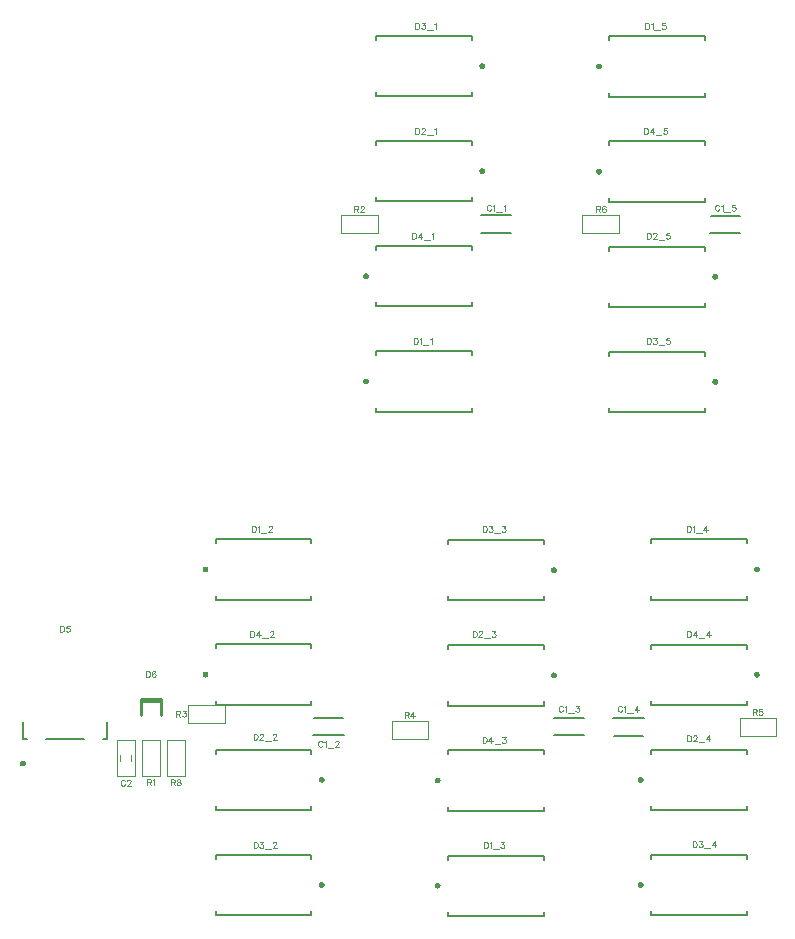
<source format=gbr>
G04 DipTrace 4.3.0.5*
G04 TopSilk.gbr*
%MOMM*%
G04 #@! TF.FileFunction,Legend,Top*
G04 #@! TF.Part,Single*
%ADD10C,0.25*%
%ADD14C,0.05*%
%ADD24C,0.08*%
%ADD28C,0.1524*%
%ADD30C,0.15*%
%ADD50C,0.07843*%
%FSLAX35Y35*%
G04*
G71*
G90*
G75*
G01*
G04 TopSilk*
%LPD*%
X-5768100Y-6630350D2*
D24*
X-5918100D1*
Y-6940350D1*
X-5768100D1*
Y-6630350D1*
X-5891100Y-6759350D2*
D14*
Y-6812350D1*
X-5795100Y-6759350D2*
Y-6812350D1*
X-2582433Y-2341210D2*
D28*
X-2837633Y-2341587D1*
X-2584837Y-2192583D2*
X-2833113Y-2192507D1*
X-3999133Y-6594437D2*
X-4254333Y-6594813D1*
X-4001537Y-6445810D2*
X-4249813Y-6445733D1*
X-1963733Y-6594437D2*
X-2218933Y-6594813D1*
X-1966137Y-6445810D2*
X-2214413Y-6445733D1*
X-1714267Y-6449863D2*
X-1459067Y-6449487D1*
X-1711863Y-6598490D2*
X-1463587Y-6598567D1*
X-639833Y-2342210D2*
X-895033Y-2342587D1*
X-642237Y-2193583D2*
X-890513Y-2193507D1*
X-6714300Y-6479907D2*
D30*
Y-6622570D1*
X-6678400D1*
G36*
X-6739800Y-6832930D2*
X-6739586Y-6829667D1*
X-6738948Y-6826460D1*
X-6737897Y-6823363D1*
X-6736451Y-6820430D1*
X-6734634Y-6817711D1*
X-6732478Y-6815252D1*
X-6730019Y-6813096D1*
X-6727300Y-6811279D1*
X-6724367Y-6809833D1*
X-6721270Y-6808782D1*
X-6718063Y-6808144D1*
X-6714800Y-6807930D1*
X-6711537Y-6808144D1*
X-6708330Y-6808782D1*
X-6705233Y-6809833D1*
X-6702300Y-6811279D1*
X-6699581Y-6813096D1*
X-6697122Y-6815252D1*
X-6694966Y-6817711D1*
X-6693149Y-6820430D1*
X-6691703Y-6823363D1*
X-6690652Y-6826460D1*
X-6690014Y-6829667D1*
X-6689800Y-6832930D1*
D1*
X-6690014Y-6836193D1*
X-6690652Y-6839400D1*
X-6691703Y-6842497D1*
X-6693149Y-6845430D1*
X-6694966Y-6848149D1*
X-6697122Y-6850608D1*
X-6699581Y-6852764D1*
X-6702300Y-6854581D1*
X-6705233Y-6856027D1*
X-6708330Y-6857078D1*
X-6711537Y-6857716D1*
X-6714800Y-6857930D1*
X-6718063Y-6857716D1*
X-6721270Y-6857078D1*
X-6724367Y-6856027D1*
X-6727300Y-6854581D1*
X-6730019Y-6852764D1*
X-6732478Y-6850608D1*
X-6734634Y-6848149D1*
X-6736451Y-6845430D1*
X-6737897Y-6842497D1*
X-6738948Y-6839400D1*
X-6739586Y-6836193D1*
X-6739800Y-6832930D1*
D1*
G37*
X-6521700Y-6622570D2*
D30*
X-6195900D1*
X-6039200D2*
X-6003300D1*
Y-6479907D1*
X-5543600Y-6283717D2*
D10*
Y-6423683D1*
X-5551100Y-6283670D2*
X-5716100Y-6283717D1*
Y-6423683D1*
X-5543600Y-6303670D2*
X-5706100Y-6303700D1*
X-2911500Y-3376900D2*
D30*
Y-3342900D1*
X-3721500D1*
Y-3376900D1*
X-2911500Y-3818900D2*
Y-3852900D1*
X-3721500D1*
Y-3818900D1*
G36*
X-3833500Y-3597900D2*
X-3833286Y-3594637D1*
X-3832648Y-3591430D1*
X-3831597Y-3588333D1*
X-3830151Y-3585400D1*
X-3828334Y-3582681D1*
X-3826178Y-3580222D1*
X-3823719Y-3578066D1*
X-3821000Y-3576249D1*
X-3818067Y-3574803D1*
X-3814970Y-3573752D1*
X-3811763Y-3573114D1*
X-3808500Y-3572900D1*
X-3805237Y-3573114D1*
X-3802030Y-3573752D1*
X-3798933Y-3574803D1*
X-3796000Y-3576249D1*
X-3793281Y-3578066D1*
X-3790822Y-3580222D1*
X-3788666Y-3582681D1*
X-3786849Y-3585400D1*
X-3785403Y-3588333D1*
X-3784352Y-3591430D1*
X-3783714Y-3594637D1*
X-3783500Y-3597900D1*
D1*
X-3783714Y-3601163D1*
X-3784352Y-3604370D1*
X-3785403Y-3607467D1*
X-3786849Y-3610400D1*
X-3788666Y-3613119D1*
X-3790822Y-3615578D1*
X-3793281Y-3617734D1*
X-3796000Y-3619551D1*
X-3798933Y-3620997D1*
X-3802030Y-3622048D1*
X-3805237Y-3622686D1*
X-3808500Y-3622900D1*
X-3811763Y-3622686D1*
X-3814970Y-3622048D1*
X-3818067Y-3620997D1*
X-3821000Y-3619551D1*
X-3823719Y-3617734D1*
X-3826178Y-3615578D1*
X-3828334Y-3613119D1*
X-3830151Y-3610400D1*
X-3831597Y-3607467D1*
X-3832648Y-3604370D1*
X-3833286Y-3601163D1*
X-3833500Y-3597900D1*
D1*
G37*
X-4271100Y-4968800D2*
D30*
Y-4934800D1*
X-5081100D1*
Y-4968800D1*
X-4271100Y-5410800D2*
Y-5444800D1*
X-5081100D1*
Y-5410800D1*
G36*
X-5193100Y-5189800D2*
X-5192886Y-5186537D1*
X-5192248Y-5183330D1*
X-5191197Y-5180233D1*
X-5189751Y-5177300D1*
X-5187934Y-5174581D1*
X-5185778Y-5172122D1*
X-5183319Y-5169966D1*
X-5180600Y-5168149D1*
X-5177667Y-5166703D1*
X-5174570Y-5165652D1*
X-5171363Y-5165014D1*
X-5168100Y-5164800D1*
X-5164837Y-5165014D1*
X-5161630Y-5165652D1*
X-5158533Y-5166703D1*
X-5155600Y-5168149D1*
X-5152881Y-5169966D1*
X-5150422Y-5172122D1*
X-5148266Y-5174581D1*
X-5146449Y-5177300D1*
X-5145003Y-5180233D1*
X-5143952Y-5183330D1*
X-5143314Y-5186537D1*
X-5143100Y-5189800D1*
D1*
X-5143314Y-5193063D1*
X-5143952Y-5196270D1*
X-5145003Y-5199367D1*
X-5146449Y-5202300D1*
X-5148266Y-5205019D1*
X-5150422Y-5207478D1*
X-5152881Y-5209634D1*
X-5155600Y-5211451D1*
X-5158533Y-5212897D1*
X-5161630Y-5213948D1*
X-5164837Y-5214586D1*
X-5168100Y-5214800D1*
X-5171363Y-5214586D1*
X-5174570Y-5213948D1*
X-5177667Y-5212897D1*
X-5180600Y-5211451D1*
X-5183319Y-5209634D1*
X-5185778Y-5207478D1*
X-5187934Y-5205019D1*
X-5189751Y-5202300D1*
X-5191197Y-5199367D1*
X-5192248Y-5196270D1*
X-5192886Y-5193063D1*
X-5193100Y-5189800D1*
D1*
G37*
X-2305700Y-7645900D2*
D30*
Y-7611900D1*
X-3115700D1*
Y-7645900D1*
X-2305700Y-8087900D2*
Y-8121900D1*
X-3115700D1*
Y-8087900D1*
G36*
X-3227700Y-7866900D2*
X-3227486Y-7863637D1*
X-3226848Y-7860430D1*
X-3225797Y-7857333D1*
X-3224351Y-7854400D1*
X-3222534Y-7851681D1*
X-3220378Y-7849222D1*
X-3217919Y-7847066D1*
X-3215200Y-7845249D1*
X-3212267Y-7843803D1*
X-3209170Y-7842752D1*
X-3205963Y-7842114D1*
X-3202700Y-7841900D1*
X-3199437Y-7842114D1*
X-3196230Y-7842752D1*
X-3193133Y-7843803D1*
X-3190200Y-7845249D1*
X-3187481Y-7847066D1*
X-3185022Y-7849222D1*
X-3182866Y-7851681D1*
X-3181049Y-7854400D1*
X-3179603Y-7857333D1*
X-3178552Y-7860430D1*
X-3177914Y-7863637D1*
X-3177700Y-7866900D1*
D1*
X-3177914Y-7870163D1*
X-3178552Y-7873370D1*
X-3179603Y-7876467D1*
X-3181049Y-7879400D1*
X-3182866Y-7882119D1*
X-3185022Y-7884578D1*
X-3187481Y-7886734D1*
X-3190200Y-7888551D1*
X-3193133Y-7889997D1*
X-3196230Y-7891048D1*
X-3199437Y-7891686D1*
X-3202700Y-7891900D1*
X-3205963Y-7891686D1*
X-3209170Y-7891048D1*
X-3212267Y-7889997D1*
X-3215200Y-7888551D1*
X-3217919Y-7886734D1*
X-3220378Y-7884578D1*
X-3222534Y-7882119D1*
X-3224351Y-7879400D1*
X-3225797Y-7876467D1*
X-3226848Y-7873370D1*
X-3227486Y-7870163D1*
X-3227700Y-7866900D1*
D1*
G37*
X-1396300Y-5411800D2*
D30*
Y-5445800D1*
X-586300D1*
Y-5411800D1*
X-1396300Y-4969800D2*
Y-4935800D1*
X-586300D1*
Y-4969800D1*
G36*
X-474300Y-5190800D2*
X-474514Y-5194063D1*
X-475152Y-5197270D1*
X-476203Y-5200367D1*
X-477649Y-5203300D1*
X-479466Y-5206019D1*
X-481622Y-5208478D1*
X-484081Y-5210634D1*
X-486800Y-5212451D1*
X-489733Y-5213897D1*
X-492830Y-5214948D1*
X-496037Y-5215586D1*
X-499300Y-5215800D1*
X-502563Y-5215586D1*
X-505770Y-5214948D1*
X-508867Y-5213897D1*
X-511800Y-5212451D1*
X-514519Y-5210634D1*
X-516978Y-5208478D1*
X-519134Y-5206019D1*
X-520951Y-5203300D1*
X-522397Y-5200367D1*
X-523448Y-5197270D1*
X-524086Y-5194063D1*
X-524300Y-5190800D1*
D1*
X-524086Y-5187537D1*
X-523448Y-5184330D1*
X-522397Y-5181233D1*
X-520951Y-5178300D1*
X-519134Y-5175581D1*
X-516978Y-5173122D1*
X-514519Y-5170966D1*
X-511800Y-5169149D1*
X-508867Y-5167703D1*
X-505770Y-5166652D1*
X-502563Y-5166014D1*
X-499300Y-5165800D1*
X-496037Y-5166014D1*
X-492830Y-5166652D1*
X-489733Y-5167703D1*
X-486800Y-5169149D1*
X-484081Y-5170966D1*
X-481622Y-5173122D1*
X-479466Y-5175581D1*
X-477649Y-5178300D1*
X-476203Y-5181233D1*
X-475152Y-5184330D1*
X-474514Y-5187537D1*
X-474300Y-5190800D1*
D1*
G37*
X-939900Y-710300D2*
D30*
Y-676300D1*
X-1749900D1*
Y-710300D1*
X-939900Y-1152300D2*
Y-1186300D1*
X-1749900D1*
Y-1152300D1*
G36*
X-1861900Y-931300D2*
X-1861686Y-928037D1*
X-1861048Y-924830D1*
X-1859997Y-921733D1*
X-1858551Y-918800D1*
X-1856734Y-916081D1*
X-1854578Y-913622D1*
X-1852119Y-911466D1*
X-1849400Y-909649D1*
X-1846467Y-908203D1*
X-1843370Y-907152D1*
X-1840163Y-906514D1*
X-1836900Y-906300D1*
X-1833637Y-906514D1*
X-1830430Y-907152D1*
X-1827333Y-908203D1*
X-1824400Y-909649D1*
X-1821681Y-911466D1*
X-1819222Y-913622D1*
X-1817066Y-916081D1*
X-1815249Y-918800D1*
X-1813803Y-921733D1*
X-1812752Y-924830D1*
X-1812114Y-928037D1*
X-1811900Y-931300D1*
D1*
X-1812114Y-934563D1*
X-1812752Y-937770D1*
X-1813803Y-940867D1*
X-1815249Y-943800D1*
X-1817066Y-946519D1*
X-1819222Y-948978D1*
X-1821681Y-951134D1*
X-1824400Y-952951D1*
X-1827333Y-954397D1*
X-1830430Y-955448D1*
X-1833637Y-956086D1*
X-1836900Y-956300D1*
X-1840163Y-956086D1*
X-1843370Y-955448D1*
X-1846467Y-954397D1*
X-1849400Y-952951D1*
X-1852119Y-951134D1*
X-1854578Y-948978D1*
X-1856734Y-946519D1*
X-1858551Y-943800D1*
X-1859997Y-940867D1*
X-1861048Y-937770D1*
X-1861686Y-934563D1*
X-1861900Y-931300D1*
D1*
G37*
X-3721500Y-2038900D2*
D30*
Y-2072900D1*
X-2911500D1*
Y-2038900D1*
X-3721500Y-1596900D2*
Y-1562900D1*
X-2911500D1*
Y-1596900D1*
G36*
X-2799500Y-1817900D2*
X-2799714Y-1821163D1*
X-2800352Y-1824370D1*
X-2801403Y-1827467D1*
X-2802849Y-1830400D1*
X-2804666Y-1833119D1*
X-2806822Y-1835578D1*
X-2809281Y-1837734D1*
X-2812000Y-1839551D1*
X-2814933Y-1840997D1*
X-2818030Y-1842048D1*
X-2821237Y-1842686D1*
X-2824500Y-1842900D1*
X-2827763Y-1842686D1*
X-2830970Y-1842048D1*
X-2834067Y-1840997D1*
X-2837000Y-1839551D1*
X-2839719Y-1837734D1*
X-2842178Y-1835578D1*
X-2844334Y-1833119D1*
X-2846151Y-1830400D1*
X-2847597Y-1827467D1*
X-2848648Y-1824370D1*
X-2849286Y-1821163D1*
X-2849500Y-1817900D1*
D1*
X-2849286Y-1814637D1*
X-2848648Y-1811430D1*
X-2847597Y-1808333D1*
X-2846151Y-1805400D1*
X-2844334Y-1802681D1*
X-2842178Y-1800222D1*
X-2839719Y-1798066D1*
X-2837000Y-1796249D1*
X-2834067Y-1794803D1*
X-2830970Y-1793752D1*
X-2827763Y-1793114D1*
X-2824500Y-1792900D1*
X-2821237Y-1793114D1*
X-2818030Y-1793752D1*
X-2814933Y-1794803D1*
X-2812000Y-1796249D1*
X-2809281Y-1798066D1*
X-2806822Y-1800222D1*
X-2804666Y-1802681D1*
X-2802849Y-1805400D1*
X-2801403Y-1808333D1*
X-2800352Y-1811430D1*
X-2799714Y-1814637D1*
X-2799500Y-1817900D1*
D1*
G37*
X-5081100Y-7190800D2*
D30*
Y-7224800D1*
X-4271100D1*
Y-7190800D1*
X-5081100Y-6748800D2*
Y-6714800D1*
X-4271100D1*
Y-6748800D1*
G36*
X-4159100Y-6969800D2*
X-4159314Y-6973063D1*
X-4159952Y-6976270D1*
X-4161003Y-6979367D1*
X-4162449Y-6982300D1*
X-4164266Y-6985019D1*
X-4166422Y-6987478D1*
X-4168881Y-6989634D1*
X-4171600Y-6991451D1*
X-4174533Y-6992897D1*
X-4177630Y-6993948D1*
X-4180837Y-6994586D1*
X-4184100Y-6994800D1*
X-4187363Y-6994586D1*
X-4190570Y-6993948D1*
X-4193667Y-6992897D1*
X-4196600Y-6991451D1*
X-4199319Y-6989634D1*
X-4201778Y-6987478D1*
X-4203934Y-6985019D1*
X-4205751Y-6982300D1*
X-4207197Y-6979367D1*
X-4208248Y-6976270D1*
X-4208886Y-6973063D1*
X-4209100Y-6969800D1*
D1*
X-4208886Y-6966537D1*
X-4208248Y-6963330D1*
X-4207197Y-6960233D1*
X-4205751Y-6957300D1*
X-4203934Y-6954581D1*
X-4201778Y-6952122D1*
X-4199319Y-6949966D1*
X-4196600Y-6948149D1*
X-4193667Y-6946703D1*
X-4190570Y-6945652D1*
X-4187363Y-6945014D1*
X-4184100Y-6944800D1*
X-4180837Y-6945014D1*
X-4177630Y-6945652D1*
X-4174533Y-6946703D1*
X-4171600Y-6948149D1*
X-4168881Y-6949966D1*
X-4166422Y-6952122D1*
X-4164266Y-6954581D1*
X-4162449Y-6957300D1*
X-4161003Y-6960233D1*
X-4159952Y-6963330D1*
X-4159314Y-6966537D1*
X-4159100Y-6969800D1*
D1*
G37*
X-3115700Y-6307900D2*
D30*
Y-6341900D1*
X-2305700D1*
Y-6307900D1*
X-3115700Y-5865900D2*
Y-5831900D1*
X-2305700D1*
Y-5865900D1*
G36*
X-2193700Y-6086900D2*
X-2193914Y-6090163D1*
X-2194552Y-6093370D1*
X-2195603Y-6096467D1*
X-2197049Y-6099400D1*
X-2198866Y-6102119D1*
X-2201022Y-6104578D1*
X-2203481Y-6106734D1*
X-2206200Y-6108551D1*
X-2209133Y-6109997D1*
X-2212230Y-6111048D1*
X-2215437Y-6111686D1*
X-2218700Y-6111900D1*
X-2221963Y-6111686D1*
X-2225170Y-6111048D1*
X-2228267Y-6109997D1*
X-2231200Y-6108551D1*
X-2233919Y-6106734D1*
X-2236378Y-6104578D1*
X-2238534Y-6102119D1*
X-2240351Y-6099400D1*
X-2241797Y-6096467D1*
X-2242848Y-6093370D1*
X-2243486Y-6090163D1*
X-2243700Y-6086900D1*
D1*
X-2243486Y-6083637D1*
X-2242848Y-6080430D1*
X-2241797Y-6077333D1*
X-2240351Y-6074400D1*
X-2238534Y-6071681D1*
X-2236378Y-6069222D1*
X-2233919Y-6067066D1*
X-2231200Y-6065249D1*
X-2228267Y-6063803D1*
X-2225170Y-6062752D1*
X-2221963Y-6062114D1*
X-2218700Y-6061900D1*
X-2215437Y-6062114D1*
X-2212230Y-6062752D1*
X-2209133Y-6063803D1*
X-2206200Y-6065249D1*
X-2203481Y-6067066D1*
X-2201022Y-6069222D1*
X-2198866Y-6071681D1*
X-2197049Y-6074400D1*
X-2195603Y-6077333D1*
X-2194552Y-6080430D1*
X-2193914Y-6083637D1*
X-2193700Y-6086900D1*
D1*
G37*
X-586300Y-6749800D2*
D30*
Y-6715800D1*
X-1396300D1*
Y-6749800D1*
X-586300Y-7191800D2*
Y-7225800D1*
X-1396300D1*
Y-7191800D1*
G36*
X-1508300Y-6970800D2*
X-1508086Y-6967537D1*
X-1507448Y-6964330D1*
X-1506397Y-6961233D1*
X-1504951Y-6958300D1*
X-1503134Y-6955581D1*
X-1500978Y-6953122D1*
X-1498519Y-6950966D1*
X-1495800Y-6949149D1*
X-1492867Y-6947703D1*
X-1489770Y-6946652D1*
X-1486563Y-6946014D1*
X-1483300Y-6945800D1*
X-1480037Y-6946014D1*
X-1476830Y-6946652D1*
X-1473733Y-6947703D1*
X-1470800Y-6949149D1*
X-1468081Y-6950966D1*
X-1465622Y-6953122D1*
X-1463466Y-6955581D1*
X-1461649Y-6958300D1*
X-1460203Y-6961233D1*
X-1459152Y-6964330D1*
X-1458514Y-6967537D1*
X-1458300Y-6970800D1*
D1*
X-1458514Y-6974063D1*
X-1459152Y-6977270D1*
X-1460203Y-6980367D1*
X-1461649Y-6983300D1*
X-1463466Y-6986019D1*
X-1465622Y-6988478D1*
X-1468081Y-6990634D1*
X-1470800Y-6992451D1*
X-1473733Y-6993897D1*
X-1476830Y-6994948D1*
X-1480037Y-6995586D1*
X-1483300Y-6995800D1*
X-1486563Y-6995586D1*
X-1489770Y-6994948D1*
X-1492867Y-6993897D1*
X-1495800Y-6992451D1*
X-1498519Y-6990634D1*
X-1500978Y-6988478D1*
X-1503134Y-6986019D1*
X-1504951Y-6983300D1*
X-1506397Y-6980367D1*
X-1507448Y-6977270D1*
X-1508086Y-6974063D1*
X-1508300Y-6970800D1*
D1*
G37*
X-1749900Y-2932300D2*
D30*
Y-2966300D1*
X-939900D1*
Y-2932300D1*
X-1749900Y-2490300D2*
Y-2456300D1*
X-939900D1*
Y-2490300D1*
G36*
X-827900Y-2711300D2*
X-828114Y-2714563D1*
X-828752Y-2717770D1*
X-829803Y-2720867D1*
X-831249Y-2723800D1*
X-833066Y-2726519D1*
X-835222Y-2728978D1*
X-837681Y-2731134D1*
X-840400Y-2732951D1*
X-843333Y-2734397D1*
X-846430Y-2735448D1*
X-849637Y-2736086D1*
X-852900Y-2736300D1*
X-856163Y-2736086D1*
X-859370Y-2735448D1*
X-862467Y-2734397D1*
X-865400Y-2732951D1*
X-868119Y-2731134D1*
X-870578Y-2728978D1*
X-872734Y-2726519D1*
X-874551Y-2723800D1*
X-875997Y-2720867D1*
X-877048Y-2717770D1*
X-877686Y-2714563D1*
X-877900Y-2711300D1*
D1*
X-877686Y-2708037D1*
X-877048Y-2704830D1*
X-875997Y-2701733D1*
X-874551Y-2698800D1*
X-872734Y-2696081D1*
X-870578Y-2693622D1*
X-868119Y-2691466D1*
X-865400Y-2689649D1*
X-862467Y-2688203D1*
X-859370Y-2687152D1*
X-856163Y-2686514D1*
X-852900Y-2686300D1*
X-849637Y-2686514D1*
X-846430Y-2687152D1*
X-843333Y-2688203D1*
X-840400Y-2689649D1*
X-837681Y-2691466D1*
X-835222Y-2693622D1*
X-833066Y-2696081D1*
X-831249Y-2698800D1*
X-829803Y-2701733D1*
X-828752Y-2704830D1*
X-828114Y-2708037D1*
X-827900Y-2711300D1*
D1*
G37*
X-3721500Y-1148900D2*
D30*
Y-1182900D1*
X-2911500D1*
Y-1148900D1*
X-3721500Y-706900D2*
Y-672900D1*
X-2911500D1*
Y-706900D1*
G36*
X-2799500Y-927900D2*
X-2799714Y-931163D1*
X-2800352Y-934370D1*
X-2801403Y-937467D1*
X-2802849Y-940400D1*
X-2804666Y-943119D1*
X-2806822Y-945578D1*
X-2809281Y-947734D1*
X-2812000Y-949551D1*
X-2814933Y-950997D1*
X-2818030Y-952048D1*
X-2821237Y-952686D1*
X-2824500Y-952900D1*
X-2827763Y-952686D1*
X-2830970Y-952048D1*
X-2834067Y-950997D1*
X-2837000Y-949551D1*
X-2839719Y-947734D1*
X-2842178Y-945578D1*
X-2844334Y-943119D1*
X-2846151Y-940400D1*
X-2847597Y-937467D1*
X-2848648Y-934370D1*
X-2849286Y-931163D1*
X-2849500Y-927900D1*
D1*
X-2849286Y-924637D1*
X-2848648Y-921430D1*
X-2847597Y-918333D1*
X-2846151Y-915400D1*
X-2844334Y-912681D1*
X-2842178Y-910222D1*
X-2839719Y-908066D1*
X-2837000Y-906249D1*
X-2834067Y-904803D1*
X-2830970Y-903752D1*
X-2827763Y-903114D1*
X-2824500Y-902900D1*
X-2821237Y-903114D1*
X-2818030Y-903752D1*
X-2814933Y-904803D1*
X-2812000Y-906249D1*
X-2809281Y-908066D1*
X-2806822Y-910222D1*
X-2804666Y-912681D1*
X-2802849Y-915400D1*
X-2801403Y-918333D1*
X-2800352Y-921430D1*
X-2799714Y-924637D1*
X-2799500Y-927900D1*
D1*
G37*
X-5081100Y-8080800D2*
D30*
Y-8114800D1*
X-4271100D1*
Y-8080800D1*
X-5081100Y-7638800D2*
Y-7604800D1*
X-4271100D1*
Y-7638800D1*
G36*
X-4159100Y-7859800D2*
X-4159314Y-7863063D1*
X-4159952Y-7866270D1*
X-4161003Y-7869367D1*
X-4162449Y-7872300D1*
X-4164266Y-7875019D1*
X-4166422Y-7877478D1*
X-4168881Y-7879634D1*
X-4171600Y-7881451D1*
X-4174533Y-7882897D1*
X-4177630Y-7883948D1*
X-4180837Y-7884586D1*
X-4184100Y-7884800D1*
X-4187363Y-7884586D1*
X-4190570Y-7883948D1*
X-4193667Y-7882897D1*
X-4196600Y-7881451D1*
X-4199319Y-7879634D1*
X-4201778Y-7877478D1*
X-4203934Y-7875019D1*
X-4205751Y-7872300D1*
X-4207197Y-7869367D1*
X-4208248Y-7866270D1*
X-4208886Y-7863063D1*
X-4209100Y-7859800D1*
D1*
X-4208886Y-7856537D1*
X-4208248Y-7853330D1*
X-4207197Y-7850233D1*
X-4205751Y-7847300D1*
X-4203934Y-7844581D1*
X-4201778Y-7842122D1*
X-4199319Y-7839966D1*
X-4196600Y-7838149D1*
X-4193667Y-7836703D1*
X-4190570Y-7835652D1*
X-4187363Y-7835014D1*
X-4184100Y-7834800D1*
X-4180837Y-7835014D1*
X-4177630Y-7835652D1*
X-4174533Y-7836703D1*
X-4171600Y-7838149D1*
X-4168881Y-7839966D1*
X-4166422Y-7842122D1*
X-4164266Y-7844581D1*
X-4162449Y-7847300D1*
X-4161003Y-7850233D1*
X-4159952Y-7853330D1*
X-4159314Y-7856537D1*
X-4159100Y-7859800D1*
D1*
G37*
X-3115700Y-5417900D2*
D30*
Y-5451900D1*
X-2305700D1*
Y-5417900D1*
X-3115700Y-4975900D2*
Y-4941900D1*
X-2305700D1*
Y-4975900D1*
G36*
X-2193700Y-5196900D2*
X-2193914Y-5200163D1*
X-2194552Y-5203370D1*
X-2195603Y-5206467D1*
X-2197049Y-5209400D1*
X-2198866Y-5212119D1*
X-2201022Y-5214578D1*
X-2203481Y-5216734D1*
X-2206200Y-5218551D1*
X-2209133Y-5219997D1*
X-2212230Y-5221048D1*
X-2215437Y-5221686D1*
X-2218700Y-5221900D1*
X-2221963Y-5221686D1*
X-2225170Y-5221048D1*
X-2228267Y-5219997D1*
X-2231200Y-5218551D1*
X-2233919Y-5216734D1*
X-2236378Y-5214578D1*
X-2238534Y-5212119D1*
X-2240351Y-5209400D1*
X-2241797Y-5206467D1*
X-2242848Y-5203370D1*
X-2243486Y-5200163D1*
X-2243700Y-5196900D1*
D1*
X-2243486Y-5193637D1*
X-2242848Y-5190430D1*
X-2241797Y-5187333D1*
X-2240351Y-5184400D1*
X-2238534Y-5181681D1*
X-2236378Y-5179222D1*
X-2233919Y-5177066D1*
X-2231200Y-5175249D1*
X-2228267Y-5173803D1*
X-2225170Y-5172752D1*
X-2221963Y-5172114D1*
X-2218700Y-5171900D1*
X-2215437Y-5172114D1*
X-2212230Y-5172752D1*
X-2209133Y-5173803D1*
X-2206200Y-5175249D1*
X-2203481Y-5177066D1*
X-2201022Y-5179222D1*
X-2198866Y-5181681D1*
X-2197049Y-5184400D1*
X-2195603Y-5187333D1*
X-2194552Y-5190430D1*
X-2193914Y-5193637D1*
X-2193700Y-5196900D1*
D1*
G37*
X-586300Y-7639800D2*
D30*
Y-7605800D1*
X-1396300D1*
Y-7639800D1*
X-586300Y-8081800D2*
Y-8115800D1*
X-1396300D1*
Y-8081800D1*
G36*
X-1508300Y-7860800D2*
X-1508086Y-7857537D1*
X-1507448Y-7854330D1*
X-1506397Y-7851233D1*
X-1504951Y-7848300D1*
X-1503134Y-7845581D1*
X-1500978Y-7843122D1*
X-1498519Y-7840966D1*
X-1495800Y-7839149D1*
X-1492867Y-7837703D1*
X-1489770Y-7836652D1*
X-1486563Y-7836014D1*
X-1483300Y-7835800D1*
X-1480037Y-7836014D1*
X-1476830Y-7836652D1*
X-1473733Y-7837703D1*
X-1470800Y-7839149D1*
X-1468081Y-7840966D1*
X-1465622Y-7843122D1*
X-1463466Y-7845581D1*
X-1461649Y-7848300D1*
X-1460203Y-7851233D1*
X-1459152Y-7854330D1*
X-1458514Y-7857537D1*
X-1458300Y-7860800D1*
D1*
X-1458514Y-7864063D1*
X-1459152Y-7867270D1*
X-1460203Y-7870367D1*
X-1461649Y-7873300D1*
X-1463466Y-7876019D1*
X-1465622Y-7878478D1*
X-1468081Y-7880634D1*
X-1470800Y-7882451D1*
X-1473733Y-7883897D1*
X-1476830Y-7884948D1*
X-1480037Y-7885586D1*
X-1483300Y-7885800D1*
X-1486563Y-7885586D1*
X-1489770Y-7884948D1*
X-1492867Y-7883897D1*
X-1495800Y-7882451D1*
X-1498519Y-7880634D1*
X-1500978Y-7878478D1*
X-1503134Y-7876019D1*
X-1504951Y-7873300D1*
X-1506397Y-7870367D1*
X-1507448Y-7867270D1*
X-1508086Y-7864063D1*
X-1508300Y-7860800D1*
D1*
G37*
X-1749900Y-3822300D2*
D30*
Y-3856300D1*
X-939900D1*
Y-3822300D1*
X-1749900Y-3380300D2*
Y-3346300D1*
X-939900D1*
Y-3380300D1*
G36*
X-827900Y-3601300D2*
X-828114Y-3604563D1*
X-828752Y-3607770D1*
X-829803Y-3610867D1*
X-831249Y-3613800D1*
X-833066Y-3616519D1*
X-835222Y-3618978D1*
X-837681Y-3621134D1*
X-840400Y-3622951D1*
X-843333Y-3624397D1*
X-846430Y-3625448D1*
X-849637Y-3626086D1*
X-852900Y-3626300D1*
X-856163Y-3626086D1*
X-859370Y-3625448D1*
X-862467Y-3624397D1*
X-865400Y-3622951D1*
X-868119Y-3621134D1*
X-870578Y-3618978D1*
X-872734Y-3616519D1*
X-874551Y-3613800D1*
X-875997Y-3610867D1*
X-877048Y-3607770D1*
X-877686Y-3604563D1*
X-877900Y-3601300D1*
D1*
X-877686Y-3598037D1*
X-877048Y-3594830D1*
X-875997Y-3591733D1*
X-874551Y-3588800D1*
X-872734Y-3586081D1*
X-870578Y-3583622D1*
X-868119Y-3581466D1*
X-865400Y-3579649D1*
X-862467Y-3578203D1*
X-859370Y-3577152D1*
X-856163Y-3576514D1*
X-852900Y-3576300D1*
X-849637Y-3576514D1*
X-846430Y-3577152D1*
X-843333Y-3578203D1*
X-840400Y-3579649D1*
X-837681Y-3581466D1*
X-835222Y-3583622D1*
X-833066Y-3586081D1*
X-831249Y-3588800D1*
X-829803Y-3591733D1*
X-828752Y-3594830D1*
X-828114Y-3598037D1*
X-827900Y-3601300D1*
D1*
G37*
X-2911500Y-2486900D2*
D30*
Y-2452900D1*
X-3721500D1*
Y-2486900D1*
X-2911500Y-2928900D2*
Y-2962900D1*
X-3721500D1*
Y-2928900D1*
G36*
X-3833500Y-2707900D2*
X-3833286Y-2704637D1*
X-3832648Y-2701430D1*
X-3831597Y-2698333D1*
X-3830151Y-2695400D1*
X-3828334Y-2692681D1*
X-3826178Y-2690222D1*
X-3823719Y-2688066D1*
X-3821000Y-2686249D1*
X-3818067Y-2684803D1*
X-3814970Y-2683752D1*
X-3811763Y-2683114D1*
X-3808500Y-2682900D1*
X-3805237Y-2683114D1*
X-3802030Y-2683752D1*
X-3798933Y-2684803D1*
X-3796000Y-2686249D1*
X-3793281Y-2688066D1*
X-3790822Y-2690222D1*
X-3788666Y-2692681D1*
X-3786849Y-2695400D1*
X-3785403Y-2698333D1*
X-3784352Y-2701430D1*
X-3783714Y-2704637D1*
X-3783500Y-2707900D1*
D1*
X-3783714Y-2711163D1*
X-3784352Y-2714370D1*
X-3785403Y-2717467D1*
X-3786849Y-2720400D1*
X-3788666Y-2723119D1*
X-3790822Y-2725578D1*
X-3793281Y-2727734D1*
X-3796000Y-2729551D1*
X-3798933Y-2730997D1*
X-3802030Y-2732048D1*
X-3805237Y-2732686D1*
X-3808500Y-2732900D1*
X-3811763Y-2732686D1*
X-3814970Y-2732048D1*
X-3818067Y-2730997D1*
X-3821000Y-2729551D1*
X-3823719Y-2727734D1*
X-3826178Y-2725578D1*
X-3828334Y-2723119D1*
X-3830151Y-2720400D1*
X-3831597Y-2717467D1*
X-3832648Y-2714370D1*
X-3833286Y-2711163D1*
X-3833500Y-2707900D1*
D1*
G37*
X-4271100Y-5858800D2*
D30*
Y-5824800D1*
X-5081100D1*
Y-5858800D1*
X-4271100Y-6300800D2*
Y-6334800D1*
X-5081100D1*
Y-6300800D1*
G36*
X-5193100Y-6079800D2*
X-5192886Y-6076537D1*
X-5192248Y-6073330D1*
X-5191197Y-6070233D1*
X-5189751Y-6067300D1*
X-5187934Y-6064581D1*
X-5185778Y-6062122D1*
X-5183319Y-6059966D1*
X-5180600Y-6058149D1*
X-5177667Y-6056703D1*
X-5174570Y-6055652D1*
X-5171363Y-6055014D1*
X-5168100Y-6054800D1*
X-5164837Y-6055014D1*
X-5161630Y-6055652D1*
X-5158533Y-6056703D1*
X-5155600Y-6058149D1*
X-5152881Y-6059966D1*
X-5150422Y-6062122D1*
X-5148266Y-6064581D1*
X-5146449Y-6067300D1*
X-5145003Y-6070233D1*
X-5143952Y-6073330D1*
X-5143314Y-6076537D1*
X-5143100Y-6079800D1*
D1*
X-5143314Y-6083063D1*
X-5143952Y-6086270D1*
X-5145003Y-6089367D1*
X-5146449Y-6092300D1*
X-5148266Y-6095019D1*
X-5150422Y-6097478D1*
X-5152881Y-6099634D1*
X-5155600Y-6101451D1*
X-5158533Y-6102897D1*
X-5161630Y-6103948D1*
X-5164837Y-6104586D1*
X-5168100Y-6104800D1*
X-5171363Y-6104586D1*
X-5174570Y-6103948D1*
X-5177667Y-6102897D1*
X-5180600Y-6101451D1*
X-5183319Y-6099634D1*
X-5185778Y-6097478D1*
X-5187934Y-6095019D1*
X-5189751Y-6092300D1*
X-5191197Y-6089367D1*
X-5192248Y-6086270D1*
X-5192886Y-6083063D1*
X-5193100Y-6079800D1*
D1*
G37*
X-2305700Y-6755900D2*
D30*
Y-6721900D1*
X-3115700D1*
Y-6755900D1*
X-2305700Y-7197900D2*
Y-7231900D1*
X-3115700D1*
Y-7197900D1*
G36*
X-3227700Y-6976900D2*
X-3227486Y-6973637D1*
X-3226848Y-6970430D1*
X-3225797Y-6967333D1*
X-3224351Y-6964400D1*
X-3222534Y-6961681D1*
X-3220378Y-6959222D1*
X-3217919Y-6957066D1*
X-3215200Y-6955249D1*
X-3212267Y-6953803D1*
X-3209170Y-6952752D1*
X-3205963Y-6952114D1*
X-3202700Y-6951900D1*
X-3199437Y-6952114D1*
X-3196230Y-6952752D1*
X-3193133Y-6953803D1*
X-3190200Y-6955249D1*
X-3187481Y-6957066D1*
X-3185022Y-6959222D1*
X-3182866Y-6961681D1*
X-3181049Y-6964400D1*
X-3179603Y-6967333D1*
X-3178552Y-6970430D1*
X-3177914Y-6973637D1*
X-3177700Y-6976900D1*
D1*
X-3177914Y-6980163D1*
X-3178552Y-6983370D1*
X-3179603Y-6986467D1*
X-3181049Y-6989400D1*
X-3182866Y-6992119D1*
X-3185022Y-6994578D1*
X-3187481Y-6996734D1*
X-3190200Y-6998551D1*
X-3193133Y-6999997D1*
X-3196230Y-7001048D1*
X-3199437Y-7001686D1*
X-3202700Y-7001900D1*
X-3205963Y-7001686D1*
X-3209170Y-7001048D1*
X-3212267Y-6999997D1*
X-3215200Y-6998551D1*
X-3217919Y-6996734D1*
X-3220378Y-6994578D1*
X-3222534Y-6992119D1*
X-3224351Y-6989400D1*
X-3225797Y-6986467D1*
X-3226848Y-6983370D1*
X-3227486Y-6980163D1*
X-3227700Y-6976900D1*
D1*
G37*
X-1396300Y-6301800D2*
D30*
Y-6335800D1*
X-586300D1*
Y-6301800D1*
X-1396300Y-5859800D2*
Y-5825800D1*
X-586300D1*
Y-5859800D1*
G36*
X-474300Y-6080800D2*
X-474514Y-6084063D1*
X-475152Y-6087270D1*
X-476203Y-6090367D1*
X-477649Y-6093300D1*
X-479466Y-6096019D1*
X-481622Y-6098478D1*
X-484081Y-6100634D1*
X-486800Y-6102451D1*
X-489733Y-6103897D1*
X-492830Y-6104948D1*
X-496037Y-6105586D1*
X-499300Y-6105800D1*
X-502563Y-6105586D1*
X-505770Y-6104948D1*
X-508867Y-6103897D1*
X-511800Y-6102451D1*
X-514519Y-6100634D1*
X-516978Y-6098478D1*
X-519134Y-6096019D1*
X-520951Y-6093300D1*
X-522397Y-6090367D1*
X-523448Y-6087270D1*
X-524086Y-6084063D1*
X-524300Y-6080800D1*
D1*
X-524086Y-6077537D1*
X-523448Y-6074330D1*
X-522397Y-6071233D1*
X-520951Y-6068300D1*
X-519134Y-6065581D1*
X-516978Y-6063122D1*
X-514519Y-6060966D1*
X-511800Y-6059149D1*
X-508867Y-6057703D1*
X-505770Y-6056652D1*
X-502563Y-6056014D1*
X-499300Y-6055800D1*
X-496037Y-6056014D1*
X-492830Y-6056652D1*
X-489733Y-6057703D1*
X-486800Y-6059149D1*
X-484081Y-6060966D1*
X-481622Y-6063122D1*
X-479466Y-6065581D1*
X-477649Y-6068300D1*
X-476203Y-6071233D1*
X-475152Y-6074330D1*
X-474514Y-6077537D1*
X-474300Y-6080800D1*
D1*
G37*
X-939900Y-1600300D2*
D30*
Y-1566300D1*
X-1749900D1*
Y-1600300D1*
X-939900Y-2042300D2*
Y-2076300D1*
X-1749900D1*
Y-2042300D1*
G36*
X-1861900Y-1821300D2*
X-1861686Y-1818037D1*
X-1861048Y-1814830D1*
X-1859997Y-1811733D1*
X-1858551Y-1808800D1*
X-1856734Y-1806081D1*
X-1854578Y-1803622D1*
X-1852119Y-1801466D1*
X-1849400Y-1799649D1*
X-1846467Y-1798203D1*
X-1843370Y-1797152D1*
X-1840163Y-1796514D1*
X-1836900Y-1796300D1*
X-1833637Y-1796514D1*
X-1830430Y-1797152D1*
X-1827333Y-1798203D1*
X-1824400Y-1799649D1*
X-1821681Y-1801466D1*
X-1819222Y-1803622D1*
X-1817066Y-1806081D1*
X-1815249Y-1808800D1*
X-1813803Y-1811733D1*
X-1812752Y-1814830D1*
X-1812114Y-1818037D1*
X-1811900Y-1821300D1*
D1*
X-1812114Y-1824563D1*
X-1812752Y-1827770D1*
X-1813803Y-1830867D1*
X-1815249Y-1833800D1*
X-1817066Y-1836519D1*
X-1819222Y-1838978D1*
X-1821681Y-1841134D1*
X-1824400Y-1842951D1*
X-1827333Y-1844397D1*
X-1830430Y-1845448D1*
X-1833637Y-1846086D1*
X-1836900Y-1846300D1*
X-1840163Y-1846086D1*
X-1843370Y-1845448D1*
X-1846467Y-1844397D1*
X-1849400Y-1842951D1*
X-1852119Y-1841134D1*
X-1854578Y-1838978D1*
X-1856734Y-1836519D1*
X-1858551Y-1833800D1*
X-1859997Y-1830867D1*
X-1861048Y-1827770D1*
X-1861686Y-1824563D1*
X-1861900Y-1821300D1*
D1*
G37*
X-5706150Y-6940350D2*
D14*
X-5556150D1*
Y-6630350D1*
X-5706150D1*
Y-6940350D1*
X-3706800Y-2340300D2*
Y-2190300D1*
X-4016800D1*
Y-2340300D1*
X-3706800D1*
X-5313150Y-6339800D2*
Y-6489800D1*
X-5003150D1*
Y-6339800D1*
X-5313150D1*
X-3281800Y-6622050D2*
Y-6472050D1*
X-3591800D1*
Y-6622050D1*
X-3281800D1*
X-334500Y-6597150D2*
Y-6447150D1*
X-644500D1*
Y-6597150D1*
X-334500D1*
X-1976900Y-2188200D2*
Y-2338200D1*
X-1666900D1*
Y-2188200D1*
X-1976900D1*
X-5494200Y-6940350D2*
X-5344200D1*
Y-6630350D1*
X-5494200D1*
Y-6940350D1*
X-5849742Y-6981795D2*
D50*
X-5852157Y-6976965D1*
X-5857042Y-6972080D1*
X-5861872Y-6969665D1*
X-5871586D1*
X-5876472Y-6972080D1*
X-5881301Y-6976965D1*
X-5883772Y-6981795D1*
X-5886186Y-6989095D1*
Y-7001280D1*
X-5883772Y-7008524D1*
X-5881301Y-7013409D1*
X-5876472Y-7018238D1*
X-5871586Y-7020709D1*
X-5861872D1*
X-5857042Y-7018238D1*
X-5852157Y-7013409D1*
X-5849742Y-7008524D1*
X-5831585Y-6981851D2*
Y-6979436D1*
X-5829171Y-6974551D1*
X-5826756Y-6972136D1*
X-5821871Y-6969722D1*
X-5812156D1*
X-5807327Y-6972136D1*
X-5804912Y-6974551D1*
X-5802442Y-6979436D1*
Y-6984265D1*
X-5804912Y-6989151D1*
X-5809742Y-6996395D1*
X-5834056Y-7020709D1*
X-5800027D1*
X-2749472Y-2113385D2*
X-2751887Y-2108555D1*
X-2756772Y-2103670D1*
X-2761601Y-2101255D1*
X-2771316D1*
X-2776201Y-2103670D1*
X-2781031Y-2108555D1*
X-2783501Y-2113385D1*
X-2785916Y-2120685D1*
Y-2132870D1*
X-2783501Y-2140114D1*
X-2781031Y-2144999D1*
X-2776201Y-2149828D1*
X-2771316Y-2152299D1*
X-2761601D1*
X-2756772Y-2149828D1*
X-2751887Y-2144999D1*
X-2749472Y-2140114D1*
X-2733786Y-2111026D2*
X-2728900Y-2108555D1*
X-2721600Y-2101312D1*
Y-2152299D1*
X-2705914Y-2160722D2*
X-2659756D1*
X-2644069Y-2111026D2*
X-2639184Y-2108555D1*
X-2631884Y-2101312D1*
Y-2152299D1*
X-4177094Y-6651781D2*
X-4179509Y-6646952D1*
X-4184394Y-6642067D1*
X-4189223Y-6639652D1*
X-4198938D1*
X-4203823Y-6642067D1*
X-4208652Y-6646952D1*
X-4211123Y-6651781D1*
X-4213538Y-6659081D1*
Y-6671267D1*
X-4211123Y-6678510D1*
X-4208652Y-6683396D1*
X-4203823Y-6688225D1*
X-4198938Y-6690696D1*
X-4189223D1*
X-4184394Y-6688225D1*
X-4179509Y-6683396D1*
X-4177094Y-6678510D1*
X-4161408Y-6649423D2*
X-4156522Y-6646952D1*
X-4149222Y-6639708D1*
Y-6690696D1*
X-4133536Y-6699119D2*
X-4087378D1*
X-4069221Y-6651837D2*
Y-6649423D1*
X-4066806Y-6644537D1*
X-4064391Y-6642123D1*
X-4059506Y-6639708D1*
X-4049791D1*
X-4044962Y-6642123D1*
X-4042548Y-6644537D1*
X-4040077Y-6649423D1*
Y-6654252D1*
X-4042548Y-6659137D1*
X-4047377Y-6666381D1*
X-4071691Y-6690696D1*
X-4037662D1*
X-2141694Y-6355081D2*
X-2144109Y-6350252D1*
X-2148994Y-6345367D1*
X-2153823Y-6342952D1*
X-2163538D1*
X-2168423Y-6345367D1*
X-2173252Y-6350252D1*
X-2175723Y-6355081D1*
X-2178138Y-6362381D1*
Y-6374567D1*
X-2175723Y-6381810D1*
X-2173252Y-6386696D1*
X-2168423Y-6391525D1*
X-2163538Y-6393996D1*
X-2153823D1*
X-2148994Y-6391525D1*
X-2144109Y-6386696D1*
X-2141694Y-6381810D1*
X-2126008Y-6352723D2*
X-2121122Y-6350252D1*
X-2113822Y-6343008D1*
Y-6393996D1*
X-2098136Y-6402419D2*
X-2051978D1*
X-2031406Y-6343008D2*
X-2004733D1*
X-2019277Y-6362437D1*
X-2011977D1*
X-2007148Y-6364852D1*
X-2004733Y-6367267D1*
X-2002262Y-6374567D1*
Y-6379396D1*
X-2004733Y-6386696D1*
X-2009562Y-6391581D1*
X-2016862Y-6393996D1*
X-2024162D1*
X-2031406Y-6391581D1*
X-2033821Y-6389110D1*
X-2036291Y-6384281D1*
X-1640501Y-6355081D2*
X-1642916Y-6350252D1*
X-1647801Y-6345367D1*
X-1652631Y-6342952D1*
X-1662345D1*
X-1667231Y-6345367D1*
X-1672060Y-6350252D1*
X-1674531Y-6355081D1*
X-1676945Y-6362381D1*
Y-6374567D1*
X-1674531Y-6381810D1*
X-1672060Y-6386696D1*
X-1667231Y-6391525D1*
X-1662345Y-6393996D1*
X-1652631D1*
X-1647801Y-6391525D1*
X-1642916Y-6386696D1*
X-1640501Y-6381810D1*
X-1624815Y-6352723D2*
X-1619930Y-6350252D1*
X-1612630Y-6343008D1*
Y-6393996D1*
X-1596943Y-6402419D2*
X-1550785D1*
X-1510784Y-6393996D2*
Y-6343008D1*
X-1535099Y-6376981D1*
X-1498655D1*
X-817794Y-2113385D2*
X-820209Y-2108555D1*
X-825094Y-2103670D1*
X-829923Y-2101255D1*
X-839638D1*
X-844523Y-2103670D1*
X-849352Y-2108555D1*
X-851823Y-2113385D1*
X-854238Y-2120685D1*
Y-2132870D1*
X-851823Y-2140114D1*
X-849352Y-2144999D1*
X-844523Y-2149828D1*
X-839638Y-2152299D1*
X-829923D1*
X-825094Y-2149828D1*
X-820209Y-2144999D1*
X-817794Y-2140114D1*
X-802108Y-2111026D2*
X-797222Y-2108555D1*
X-789922Y-2101312D1*
Y-2152299D1*
X-774236Y-2160722D2*
X-728078D1*
X-683248Y-2101312D2*
X-707506D1*
X-709921Y-2123155D1*
X-707506Y-2120741D1*
X-700206Y-2118270D1*
X-692962D1*
X-685662Y-2120741D1*
X-680777Y-2125570D1*
X-678362Y-2132870D1*
Y-2137699D1*
X-680777Y-2144999D1*
X-685662Y-2149885D1*
X-692962Y-2152299D1*
X-700206D1*
X-707506Y-2149885D1*
X-709921Y-2147414D1*
X-712391Y-2142585D1*
X-6398172Y-5665679D2*
Y-5716723D1*
X-6381158D1*
X-6373858Y-5714252D1*
X-6368972Y-5709423D1*
X-6366558Y-5704537D1*
X-6364143Y-5697293D1*
Y-5685108D1*
X-6366558Y-5677808D1*
X-6368972Y-5672979D1*
X-6373858Y-5668093D1*
X-6381158Y-5665679D1*
X-6398172D1*
X-6319313Y-5665735D2*
X-6343571D1*
X-6345986Y-5687579D1*
X-6343571Y-5685164D1*
X-6336271Y-5682693D1*
X-6329028D1*
X-6321728Y-5685164D1*
X-6316842Y-5689993D1*
X-6314428Y-5697293D1*
Y-5702123D1*
X-6316842Y-5709423D1*
X-6321728Y-5714308D1*
X-6329028Y-5716723D1*
X-6336271D1*
X-6343571Y-5714308D1*
X-6345986Y-5711837D1*
X-6348457Y-5707008D1*
X-5671730Y-6049815D2*
Y-6100859D1*
X-5654716D1*
X-5647416Y-6098388D1*
X-5642530Y-6093559D1*
X-5640116Y-6088674D1*
X-5637701Y-6081430D1*
Y-6069245D1*
X-5640116Y-6061945D1*
X-5642530Y-6057115D1*
X-5647416Y-6052230D1*
X-5654716Y-6049815D1*
X-5671730D1*
X-5592871Y-6057115D2*
X-5595286Y-6052286D1*
X-5602586Y-6049872D1*
X-5607415D1*
X-5614715Y-6052286D1*
X-5619600Y-6059586D1*
X-5622015Y-6071715D1*
Y-6083845D1*
X-5619600Y-6093559D1*
X-5614715Y-6098445D1*
X-5607415Y-6100859D1*
X-5605000D1*
X-5597756Y-6098445D1*
X-5592871Y-6093559D1*
X-5590456Y-6086259D1*
Y-6083845D1*
X-5592871Y-6076545D1*
X-5597756Y-6071715D1*
X-5605000Y-6069301D1*
X-5607415D1*
X-5614715Y-6071715D1*
X-5619600Y-6076545D1*
X-5622015Y-6083845D1*
X-3404809Y-3228505D2*
Y-3279549D1*
X-3387794D1*
X-3380494Y-3277078D1*
X-3375609Y-3272249D1*
X-3373194Y-3267364D1*
X-3370779Y-3260120D1*
Y-3247935D1*
X-3373194Y-3240635D1*
X-3375609Y-3235805D1*
X-3380494Y-3230920D1*
X-3387794Y-3228505D1*
X-3404809D1*
X-3355093Y-3238276D2*
X-3350208Y-3235805D1*
X-3342908Y-3228562D1*
Y-3279549D1*
X-3327221Y-3287972D2*
X-3281063D1*
X-3265377Y-3238276D2*
X-3260491Y-3235805D1*
X-3253191Y-3228562D1*
Y-3279549D1*
X-4775331Y-4820405D2*
Y-4871449D1*
X-4758316D1*
X-4751016Y-4868978D1*
X-4746131Y-4864149D1*
X-4743716Y-4859264D1*
X-4741301Y-4852020D1*
Y-4839835D1*
X-4743716Y-4832535D1*
X-4746131Y-4827705D1*
X-4751016Y-4822820D1*
X-4758316Y-4820405D1*
X-4775331D1*
X-4725615Y-4830176D2*
X-4720730Y-4827705D1*
X-4713430Y-4820462D1*
Y-4871449D1*
X-4697743Y-4879872D2*
X-4651585D1*
X-4633428Y-4832591D2*
Y-4830176D1*
X-4631013Y-4825291D1*
X-4628599Y-4822876D1*
X-4623713Y-4820462D1*
X-4613999D1*
X-4609169Y-4822876D1*
X-4606755Y-4825291D1*
X-4604284Y-4830176D1*
Y-4835005D1*
X-4606755Y-4839891D1*
X-4611584Y-4847135D1*
X-4635899Y-4871449D1*
X-4601869D1*
X-2809931Y-7497505D2*
Y-7548549D1*
X-2792916D1*
X-2785616Y-7546078D1*
X-2780731Y-7541249D1*
X-2778316Y-7536364D1*
X-2775901Y-7529120D1*
Y-7516935D1*
X-2778316Y-7509635D1*
X-2780731Y-7504805D1*
X-2785616Y-7499920D1*
X-2792916Y-7497505D1*
X-2809931D1*
X-2760215Y-7507276D2*
X-2755330Y-7504805D1*
X-2748030Y-7497562D1*
Y-7548549D1*
X-2732343Y-7556972D2*
X-2686185D1*
X-2665613Y-7497562D2*
X-2638940D1*
X-2653484Y-7516991D1*
X-2646184D1*
X-2641355Y-7519405D1*
X-2638940Y-7521820D1*
X-2636469Y-7529120D1*
Y-7533949D1*
X-2638940Y-7541249D1*
X-2643769Y-7546135D1*
X-2651069Y-7548549D1*
X-2658369D1*
X-2665613Y-7546135D1*
X-2668028Y-7543664D1*
X-2670499Y-7538835D1*
X-1091738Y-4820405D2*
Y-4871449D1*
X-1074723D1*
X-1067423Y-4868978D1*
X-1062538Y-4864149D1*
X-1060123Y-4859264D1*
X-1057709Y-4852020D1*
Y-4839835D1*
X-1060123Y-4832535D1*
X-1062538Y-4827705D1*
X-1067423Y-4822820D1*
X-1074723Y-4820405D1*
X-1091738D1*
X-1042022Y-4830176D2*
X-1037137Y-4827705D1*
X-1029837Y-4820462D1*
Y-4871449D1*
X-1014151Y-4879872D2*
X-967992D1*
X-927991Y-4871449D2*
Y-4820462D1*
X-952306Y-4854435D1*
X-915862D1*
X-1444131Y-561905D2*
Y-612949D1*
X-1427116D1*
X-1419816Y-610478D1*
X-1414931Y-605649D1*
X-1412516Y-600764D1*
X-1410101Y-593520D1*
Y-581335D1*
X-1412516Y-574035D1*
X-1414931Y-569205D1*
X-1419816Y-564320D1*
X-1427116Y-561905D1*
X-1444131D1*
X-1394415Y-571676D2*
X-1389530Y-569205D1*
X-1382230Y-561962D1*
Y-612949D1*
X-1366543Y-621372D2*
X-1320385D1*
X-1275555Y-561962D2*
X-1299813D1*
X-1302228Y-583805D1*
X-1299813Y-581391D1*
X-1292513Y-578920D1*
X-1285269D1*
X-1277969Y-581391D1*
X-1273084Y-586220D1*
X-1270669Y-593520D1*
Y-598349D1*
X-1273084Y-605649D1*
X-1277969Y-610535D1*
X-1285269Y-612949D1*
X-1292513D1*
X-1299813Y-610535D1*
X-1302228Y-608064D1*
X-1304699Y-603235D1*
X-3390731Y-1451905D2*
Y-1502949D1*
X-3373716D1*
X-3366416Y-1500478D1*
X-3361531Y-1495649D1*
X-3359116Y-1490764D1*
X-3356701Y-1483520D1*
Y-1471335D1*
X-3359116Y-1464035D1*
X-3361531Y-1459205D1*
X-3366416Y-1454320D1*
X-3373716Y-1451905D1*
X-3390731D1*
X-3338544Y-1464091D2*
Y-1461676D1*
X-3336130Y-1456791D1*
X-3333715Y-1454376D1*
X-3328830Y-1451962D1*
X-3319115D1*
X-3314286Y-1454376D1*
X-3311871Y-1456791D1*
X-3309400Y-1461676D1*
Y-1466505D1*
X-3311871Y-1471391D1*
X-3316700Y-1478635D1*
X-3341015Y-1502949D1*
X-3306986D1*
X-3291300Y-1511372D2*
X-3245141D1*
X-3229455Y-1461676D2*
X-3224569Y-1459205D1*
X-3217269Y-1451962D1*
Y-1502949D1*
X-4761252Y-6581029D2*
Y-6632073D1*
X-4744238D1*
X-4736938Y-6629602D1*
X-4732052Y-6624773D1*
X-4729638Y-6619887D1*
X-4727223Y-6612643D1*
Y-6600458D1*
X-4729638Y-6593158D1*
X-4732052Y-6588329D1*
X-4736938Y-6583443D1*
X-4744238Y-6581029D1*
X-4761252D1*
X-4709066Y-6593214D2*
Y-6590799D1*
X-4706652Y-6585914D1*
X-4704237Y-6583499D1*
X-4699352Y-6581085D1*
X-4689637D1*
X-4684808Y-6583499D1*
X-4682393Y-6585914D1*
X-4679922Y-6590799D1*
Y-6595629D1*
X-4682393Y-6600514D1*
X-4687222Y-6607758D1*
X-4711537Y-6632073D1*
X-4677508D1*
X-4661821Y-6640496D2*
X-4615663D1*
X-4597506Y-6593214D2*
Y-6590799D1*
X-4595091Y-6585914D1*
X-4592677Y-6583499D1*
X-4587791Y-6581085D1*
X-4578077D1*
X-4573248Y-6583499D1*
X-4570833Y-6585914D1*
X-4568362Y-6590799D1*
Y-6595629D1*
X-4570833Y-6600514D1*
X-4575662Y-6607758D1*
X-4599977Y-6632073D1*
X-4565948D1*
X-2906852Y-5710405D2*
Y-5761449D1*
X-2889838D1*
X-2882538Y-5758978D1*
X-2877652Y-5754149D1*
X-2875238Y-5749264D1*
X-2872823Y-5742020D1*
Y-5729835D1*
X-2875238Y-5722535D1*
X-2877652Y-5717705D1*
X-2882538Y-5712820D1*
X-2889838Y-5710405D1*
X-2906852D1*
X-2854666Y-5722591D2*
Y-5720176D1*
X-2852252Y-5715291D1*
X-2849837Y-5712876D1*
X-2844952Y-5710462D1*
X-2835237D1*
X-2830408Y-5712876D1*
X-2827993Y-5715291D1*
X-2825522Y-5720176D1*
Y-5725005D1*
X-2827993Y-5729891D1*
X-2832822Y-5737135D1*
X-2857137Y-5761449D1*
X-2823108D1*
X-2807421Y-5769872D2*
X-2761263D1*
X-2740691Y-5710462D2*
X-2714018D1*
X-2728562Y-5729891D1*
X-2721262D1*
X-2716433Y-5732305D1*
X-2714018Y-5734720D1*
X-2711548Y-5742020D1*
Y-5746849D1*
X-2714018Y-5754149D1*
X-2718848Y-5759035D1*
X-2726148Y-5761449D1*
X-2733448D1*
X-2740691Y-5759035D1*
X-2743106Y-5756564D1*
X-2745577Y-5751735D1*
X-1090160Y-6595505D2*
Y-6646549D1*
X-1073145D1*
X-1065845Y-6644078D1*
X-1060960Y-6639249D1*
X-1058545Y-6634364D1*
X-1056131Y-6627120D1*
Y-6614935D1*
X-1058545Y-6607635D1*
X-1060960Y-6602805D1*
X-1065845Y-6597920D1*
X-1073145Y-6595505D1*
X-1090160D1*
X-1037974Y-6607691D2*
Y-6605276D1*
X-1035559Y-6600391D1*
X-1033144Y-6597976D1*
X-1028259Y-6595562D1*
X-1018544D1*
X-1013715Y-6597976D1*
X-1011300Y-6600391D1*
X-1008830Y-6605276D1*
Y-6610105D1*
X-1011300Y-6614991D1*
X-1016130Y-6622235D1*
X-1040444Y-6646549D1*
X-1006415D1*
X-990729Y-6654972D2*
X-944570D1*
X-904569Y-6646549D2*
Y-6595562D1*
X-928884Y-6629535D1*
X-892440D1*
X-1430052Y-2338505D2*
Y-2389549D1*
X-1413038D1*
X-1405738Y-2387078D1*
X-1400852Y-2382249D1*
X-1398438Y-2377364D1*
X-1396023Y-2370120D1*
Y-2357935D1*
X-1398438Y-2350635D1*
X-1400852Y-2345805D1*
X-1405738Y-2340920D1*
X-1413038Y-2338505D1*
X-1430052D1*
X-1377866Y-2350691D2*
Y-2348276D1*
X-1375452Y-2343391D1*
X-1373037Y-2340976D1*
X-1368152Y-2338562D1*
X-1358437D1*
X-1353608Y-2340976D1*
X-1351193Y-2343391D1*
X-1348722Y-2348276D1*
Y-2353105D1*
X-1351193Y-2357991D1*
X-1356022Y-2365235D1*
X-1380337Y-2389549D1*
X-1346308D1*
X-1330621Y-2397972D2*
X-1284463D1*
X-1239633Y-2338562D2*
X-1263891D1*
X-1266306Y-2360405D1*
X-1263891Y-2357991D1*
X-1256591Y-2355520D1*
X-1249348D1*
X-1242048Y-2357991D1*
X-1237162Y-2362820D1*
X-1234748Y-2370120D1*
Y-2374949D1*
X-1237162Y-2382249D1*
X-1242048Y-2387135D1*
X-1249348Y-2389549D1*
X-1256591D1*
X-1263891Y-2387135D1*
X-1266306Y-2384664D1*
X-1268777Y-2379835D1*
X-3390731Y-561905D2*
Y-612949D1*
X-3373716D1*
X-3366416Y-610478D1*
X-3361531Y-605649D1*
X-3359116Y-600764D1*
X-3356701Y-593520D1*
Y-581335D1*
X-3359116Y-574035D1*
X-3361531Y-569205D1*
X-3366416Y-564320D1*
X-3373716Y-561905D1*
X-3390731D1*
X-3336130Y-561962D2*
X-3309457D1*
X-3324000Y-581391D1*
X-3316700D1*
X-3311871Y-583805D1*
X-3309457Y-586220D1*
X-3306986Y-593520D1*
Y-598349D1*
X-3309457Y-605649D1*
X-3314286Y-610535D1*
X-3321586Y-612949D1*
X-3328886D1*
X-3336130Y-610535D1*
X-3338544Y-608064D1*
X-3341015Y-603235D1*
X-3291300Y-621372D2*
X-3245141D1*
X-3229455Y-571676D2*
X-3224569Y-569205D1*
X-3217269Y-561962D1*
Y-612949D1*
X-4761252Y-7497505D2*
Y-7548549D1*
X-4744238D1*
X-4736938Y-7546078D1*
X-4732052Y-7541249D1*
X-4729638Y-7536364D1*
X-4727223Y-7529120D1*
Y-7516935D1*
X-4729638Y-7509635D1*
X-4732052Y-7504805D1*
X-4736938Y-7499920D1*
X-4744238Y-7497505D1*
X-4761252D1*
X-4706652Y-7497562D2*
X-4679979D1*
X-4694522Y-7516991D1*
X-4687222D1*
X-4682393Y-7519405D1*
X-4679979Y-7521820D1*
X-4677508Y-7529120D1*
Y-7533949D1*
X-4679979Y-7541249D1*
X-4684808Y-7546135D1*
X-4692108Y-7548549D1*
X-4699408D1*
X-4706652Y-7546135D1*
X-4709066Y-7543664D1*
X-4711537Y-7538835D1*
X-4661821Y-7556972D2*
X-4615663D1*
X-4597506Y-7509691D2*
Y-7507276D1*
X-4595091Y-7502391D1*
X-4592677Y-7499976D1*
X-4587791Y-7497562D1*
X-4578077D1*
X-4573248Y-7499976D1*
X-4570833Y-7502391D1*
X-4568362Y-7507276D1*
Y-7512105D1*
X-4570833Y-7516991D1*
X-4575662Y-7524235D1*
X-4599977Y-7548549D1*
X-4565948D1*
X-2820852Y-4820405D2*
Y-4871449D1*
X-2803838D1*
X-2796538Y-4868978D1*
X-2791652Y-4864149D1*
X-2789238Y-4859264D1*
X-2786823Y-4852020D1*
Y-4839835D1*
X-2789238Y-4832535D1*
X-2791652Y-4827705D1*
X-2796538Y-4822820D1*
X-2803838Y-4820405D1*
X-2820852D1*
X-2766252Y-4820462D2*
X-2739579D1*
X-2754122Y-4839891D1*
X-2746822D1*
X-2741993Y-4842305D1*
X-2739579Y-4844720D1*
X-2737108Y-4852020D1*
Y-4856849D1*
X-2739579Y-4864149D1*
X-2744408Y-4869035D1*
X-2751708Y-4871449D1*
X-2759008D1*
X-2766252Y-4869035D1*
X-2768666Y-4866564D1*
X-2771137Y-4861735D1*
X-2721421Y-4879872D2*
X-2675263D1*
X-2654691Y-4820462D2*
X-2628018D1*
X-2642562Y-4839891D1*
X-2635262D1*
X-2630433Y-4842305D1*
X-2628018Y-4844720D1*
X-2625548Y-4852020D1*
Y-4856849D1*
X-2628018Y-4864149D1*
X-2632848Y-4869035D1*
X-2640148Y-4871449D1*
X-2647448D1*
X-2654691Y-4869035D1*
X-2657106Y-4866564D1*
X-2659577Y-4861735D1*
X-1042760Y-7491405D2*
Y-7542449D1*
X-1025745D1*
X-1018445Y-7539978D1*
X-1013560Y-7535149D1*
X-1011145Y-7530264D1*
X-1008731Y-7523020D1*
Y-7510835D1*
X-1011145Y-7503535D1*
X-1013560Y-7498705D1*
X-1018445Y-7493820D1*
X-1025745Y-7491405D1*
X-1042760D1*
X-988159Y-7491462D2*
X-961486D1*
X-976030Y-7510891D1*
X-968730D1*
X-963900Y-7513305D1*
X-961486Y-7515720D1*
X-959015Y-7523020D1*
Y-7527849D1*
X-961486Y-7535149D1*
X-966315Y-7540035D1*
X-973615Y-7542449D1*
X-980915D1*
X-988159Y-7540035D1*
X-990574Y-7537564D1*
X-993044Y-7532735D1*
X-943329Y-7550872D2*
X-897170D1*
X-857169Y-7542449D2*
Y-7491462D1*
X-881484Y-7525435D1*
X-845040D1*
X-1430052Y-3228505D2*
Y-3279549D1*
X-1413038D1*
X-1405738Y-3277078D1*
X-1400852Y-3272249D1*
X-1398438Y-3267364D1*
X-1396023Y-3260120D1*
Y-3247935D1*
X-1398438Y-3240635D1*
X-1400852Y-3235805D1*
X-1405738Y-3230920D1*
X-1413038Y-3228505D1*
X-1430052D1*
X-1375452Y-3228562D2*
X-1348779D1*
X-1363322Y-3247991D1*
X-1356022D1*
X-1351193Y-3250405D1*
X-1348779Y-3252820D1*
X-1346308Y-3260120D1*
Y-3264949D1*
X-1348779Y-3272249D1*
X-1353608Y-3277135D1*
X-1360908Y-3279549D1*
X-1368208D1*
X-1375452Y-3277135D1*
X-1377866Y-3274664D1*
X-1380337Y-3269835D1*
X-1330621Y-3287972D2*
X-1284463D1*
X-1239633Y-3228562D2*
X-1263891D1*
X-1266306Y-3250405D1*
X-1263891Y-3247991D1*
X-1256591Y-3245520D1*
X-1249348D1*
X-1242048Y-3247991D1*
X-1237162Y-3252820D1*
X-1234748Y-3260120D1*
Y-3264949D1*
X-1237162Y-3272249D1*
X-1242048Y-3277135D1*
X-1249348Y-3279549D1*
X-1256591D1*
X-1263891Y-3277135D1*
X-1266306Y-3274664D1*
X-1268777Y-3269835D1*
X-3416938Y-2338505D2*
Y-2389549D1*
X-3399923D1*
X-3392623Y-2387078D1*
X-3387738Y-2382249D1*
X-3385323Y-2377364D1*
X-3382909Y-2370120D1*
Y-2357935D1*
X-3385323Y-2350635D1*
X-3387738Y-2345805D1*
X-3392623Y-2340920D1*
X-3399923Y-2338505D1*
X-3416938D1*
X-3342908Y-2389549D2*
Y-2338562D1*
X-3367222Y-2372535D1*
X-3330779D1*
X-3315092Y-2397972D2*
X-3268934D1*
X-3253248Y-2348276D2*
X-3248362Y-2345805D1*
X-3241062Y-2338562D1*
Y-2389549D1*
X-4787460Y-5710405D2*
Y-5761449D1*
X-4770445D1*
X-4763145Y-5758978D1*
X-4758260Y-5754149D1*
X-4755845Y-5749264D1*
X-4753431Y-5742020D1*
Y-5729835D1*
X-4755845Y-5722535D1*
X-4758260Y-5717705D1*
X-4763145Y-5712820D1*
X-4770445Y-5710405D1*
X-4787460D1*
X-4713430Y-5761449D2*
Y-5710462D1*
X-4737744Y-5744435D1*
X-4701300D1*
X-4685614Y-5769872D2*
X-4639456D1*
X-4621299Y-5722591D2*
Y-5720176D1*
X-4618884Y-5715291D1*
X-4616469Y-5712876D1*
X-4611584Y-5710462D1*
X-4601869D1*
X-4597040Y-5712876D1*
X-4594626Y-5715291D1*
X-4592155Y-5720176D1*
Y-5725005D1*
X-4594626Y-5729891D1*
X-4599455Y-5737135D1*
X-4623769Y-5761449D1*
X-4589740D1*
X-2822060Y-6607505D2*
Y-6658549D1*
X-2805045D1*
X-2797745Y-6656078D1*
X-2792860Y-6651249D1*
X-2790445Y-6646364D1*
X-2788031Y-6639120D1*
Y-6626935D1*
X-2790445Y-6619635D1*
X-2792860Y-6614805D1*
X-2797745Y-6609920D1*
X-2805045Y-6607505D1*
X-2822060D1*
X-2748030Y-6658549D2*
Y-6607562D1*
X-2772344Y-6641535D1*
X-2735900D1*
X-2720214Y-6666972D2*
X-2674056D1*
X-2653484Y-6607562D2*
X-2626811D1*
X-2641355Y-6626991D1*
X-2634055D1*
X-2629226Y-6629405D1*
X-2626811Y-6631820D1*
X-2624340Y-6639120D1*
Y-6643949D1*
X-2626811Y-6651249D1*
X-2631640Y-6656135D1*
X-2638940Y-6658549D1*
X-2646240D1*
X-2653484Y-6656135D1*
X-2655899Y-6653664D1*
X-2658369Y-6648835D1*
X-1091367Y-5710405D2*
Y-5761449D1*
X-1074352D1*
X-1067052Y-5758978D1*
X-1062167Y-5754149D1*
X-1059752Y-5749264D1*
X-1057338Y-5742020D1*
Y-5729835D1*
X-1059752Y-5722535D1*
X-1062167Y-5717705D1*
X-1067052Y-5712820D1*
X-1074352Y-5710405D1*
X-1091367D1*
X-1017337Y-5761449D2*
Y-5710462D1*
X-1041652Y-5744435D1*
X-1005208D1*
X-989521Y-5769872D2*
X-943363D1*
X-903362Y-5761449D2*
Y-5710462D1*
X-927677Y-5744435D1*
X-891233D1*
X-1456260Y-1451905D2*
Y-1502949D1*
X-1439245D1*
X-1431945Y-1500478D1*
X-1427060Y-1495649D1*
X-1424645Y-1490764D1*
X-1422231Y-1483520D1*
Y-1471335D1*
X-1424645Y-1464035D1*
X-1427060Y-1459205D1*
X-1431945Y-1454320D1*
X-1439245Y-1451905D1*
X-1456260D1*
X-1382230Y-1502949D2*
Y-1451962D1*
X-1406544Y-1485935D1*
X-1370100D1*
X-1354414Y-1511372D2*
X-1308256D1*
X-1263426Y-1451962D2*
X-1287684D1*
X-1290099Y-1473805D1*
X-1287684Y-1471391D1*
X-1280384Y-1468920D1*
X-1273140D1*
X-1265840Y-1471391D1*
X-1260955Y-1476220D1*
X-1258540Y-1483520D1*
Y-1488349D1*
X-1260955Y-1495649D1*
X-1265840Y-1500535D1*
X-1273140Y-1502949D1*
X-1280384D1*
X-1287684Y-1500535D1*
X-1290099Y-1498064D1*
X-1292569Y-1493235D1*
X-5662104Y-6990983D2*
X-5640260D1*
X-5632960Y-6988513D1*
X-5630489Y-6986098D1*
X-5628075Y-6981269D1*
Y-6976383D1*
X-5630489Y-6971554D1*
X-5632960Y-6969083D1*
X-5640260Y-6966669D1*
X-5662104D1*
Y-7017713D1*
X-5645089Y-6990983D2*
X-5628075Y-7017713D1*
X-5612388Y-6976439D2*
X-5607503Y-6973969D1*
X-5600203Y-6966725D1*
Y-7017713D1*
X-3906672Y-2138113D2*
X-3884829D1*
X-3877529Y-2135643D1*
X-3875058Y-2133228D1*
X-3872643Y-2128399D1*
Y-2123513D1*
X-3875058Y-2118684D1*
X-3877529Y-2116213D1*
X-3884829Y-2113799D1*
X-3906672D1*
Y-2164843D1*
X-3889658Y-2138113D2*
X-3872643Y-2164843D1*
X-3854486Y-2125984D2*
Y-2123569D1*
X-3852071Y-2118684D1*
X-3849657Y-2116269D1*
X-3844771Y-2113855D1*
X-3835057D1*
X-3830228Y-2116269D1*
X-3827813Y-2118684D1*
X-3825342Y-2123569D1*
Y-2128399D1*
X-3827813Y-2133284D1*
X-3832642Y-2140528D1*
X-3856957Y-2164843D1*
X-3822928D1*
X-5415422Y-6410533D2*
X-5393579D1*
X-5386279Y-6408063D1*
X-5383808Y-6405648D1*
X-5381393Y-6400819D1*
Y-6395933D1*
X-5383808Y-6391104D1*
X-5386279Y-6388633D1*
X-5393579Y-6386219D1*
X-5415422D1*
Y-6437263D1*
X-5398408Y-6410533D2*
X-5381393Y-6437263D1*
X-5360821Y-6386275D2*
X-5334148D1*
X-5348692Y-6405704D1*
X-5341392D1*
X-5336563Y-6408119D1*
X-5334148Y-6410533D1*
X-5331678Y-6417833D1*
Y-6422663D1*
X-5334148Y-6429963D1*
X-5338978Y-6434848D1*
X-5346278Y-6437263D1*
X-5353578D1*
X-5360821Y-6434848D1*
X-5363236Y-6432377D1*
X-5365707Y-6427548D1*
X-3482876Y-6421967D2*
X-3461032D1*
X-3453732Y-6419496D1*
X-3451262Y-6417081D1*
X-3448847Y-6412252D1*
Y-6407367D1*
X-3451262Y-6402537D1*
X-3453732Y-6400067D1*
X-3461032Y-6397652D1*
X-3482876D1*
Y-6448696D1*
X-3465862Y-6421967D2*
X-3448847Y-6448696D1*
X-3408846D2*
Y-6397708D1*
X-3433161Y-6431681D1*
X-3396717D1*
X-534369Y-6397067D2*
X-512525D1*
X-505225Y-6394596D1*
X-502754Y-6392181D1*
X-500340Y-6387352D1*
Y-6382467D1*
X-502754Y-6377637D1*
X-505225Y-6375167D1*
X-512525Y-6372752D1*
X-534369D1*
Y-6423796D1*
X-517354Y-6397067D2*
X-500340Y-6423796D1*
X-455510Y-6372808D2*
X-479768D1*
X-482183Y-6394652D1*
X-479768Y-6392237D1*
X-472468Y-6389767D1*
X-465224D1*
X-457924Y-6392237D1*
X-453039Y-6397067D1*
X-450624Y-6404367D1*
Y-6409196D1*
X-453039Y-6416496D1*
X-457924Y-6421381D1*
X-465224Y-6423796D1*
X-472468D1*
X-479768Y-6421381D1*
X-482183Y-6418910D1*
X-484654Y-6414081D1*
X-1859534Y-2138113D2*
X-1837690D1*
X-1830390Y-2135643D1*
X-1827919Y-2133228D1*
X-1825504Y-2128399D1*
Y-2123513D1*
X-1827919Y-2118684D1*
X-1830390Y-2116213D1*
X-1837690Y-2113799D1*
X-1859534D1*
Y-2164843D1*
X-1842519Y-2138113D2*
X-1825504Y-2164843D1*
X-1780674Y-2121099D2*
X-1783089Y-2116269D1*
X-1790389Y-2113855D1*
X-1795218D1*
X-1802518Y-2116269D1*
X-1807404Y-2123569D1*
X-1809818Y-2135699D1*
Y-2147828D1*
X-1807404Y-2157543D1*
X-1802518Y-2162428D1*
X-1795218Y-2164843D1*
X-1792804D1*
X-1785560Y-2162428D1*
X-1780674Y-2157543D1*
X-1778260Y-2150243D1*
Y-2147828D1*
X-1780674Y-2140528D1*
X-1785560Y-2135699D1*
X-1792804Y-2133284D1*
X-1795218D1*
X-1802518Y-2135699D1*
X-1807404Y-2140528D1*
X-1809818Y-2147828D1*
X-5461048Y-6990983D2*
X-5439204D1*
X-5431904Y-6988513D1*
X-5429433Y-6986098D1*
X-5427018Y-6981269D1*
Y-6976383D1*
X-5429433Y-6971554D1*
X-5431904Y-6969083D1*
X-5439204Y-6966669D1*
X-5461048D1*
Y-7017713D1*
X-5444033Y-6990983D2*
X-5427018Y-7017713D1*
X-5399203Y-6966725D2*
X-5406447Y-6969139D1*
X-5408918Y-6973969D1*
Y-6978854D1*
X-5406447Y-6983683D1*
X-5401618Y-6986154D1*
X-5391903Y-6988569D1*
X-5384603Y-6990983D1*
X-5379774Y-6995869D1*
X-5377359Y-7000698D1*
Y-7007998D1*
X-5379774Y-7012827D1*
X-5382188Y-7015298D1*
X-5389488Y-7017713D1*
X-5399203D1*
X-5406447Y-7015298D1*
X-5408918Y-7012827D1*
X-5411332Y-7007998D1*
Y-7000698D1*
X-5408918Y-6995869D1*
X-5404032Y-6990983D1*
X-5396788Y-6988569D1*
X-5387074Y-6986154D1*
X-5382188Y-6983683D1*
X-5379774Y-6978854D1*
Y-6973969D1*
X-5382188Y-6969139D1*
X-5389488Y-6966725D1*
X-5399203D1*
M02*

</source>
